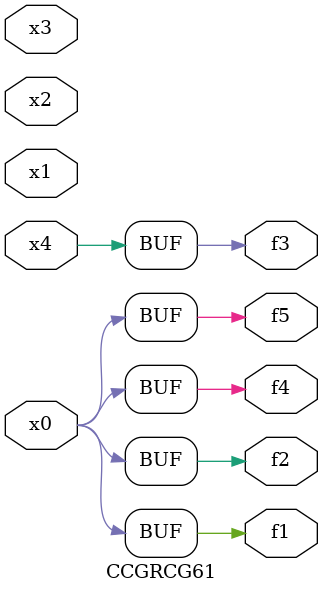
<source format=v>
module CCGRCG61(
	input x0, x1, x2, x3, x4,
	output f1, f2, f3, f4, f5
);
	assign f1 = x0;
	assign f2 = x0;
	assign f3 = x4;
	assign f4 = x0;
	assign f5 = x0;
endmodule

</source>
